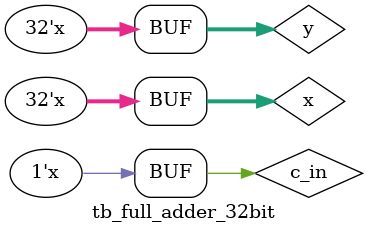
<source format=v>
`timescale 1ns / 1ps


module tb_full_adder_32bit; //Å×½ºÆ®º¥Ä¡ ¼±¾ð

reg [31:0] x, y; //inputÀ¸·Î »ç¿ëÇÒ 32bit
reg c_in; //inputÀ¸·Î »ç¿ëÇÒ 1bit
wire [31:0] sum; //outputÀ¸·Î »ç¿ëÇÒ 32bit
wire c_out; //outputÀ¸·Î »ç¿ëÇÒ 1bit

initial begin //ÃÊ±â°ª ¼³Á¤
    x = 32'b0; 
    y = 32'b0;
    c_in = 1'b0;
end

//10ns¸¶´Ù x¿¡ 1(10) ´õÇÏ±â
always #10 x = x + 32'b00000000000000000000000000000001;
//20ns¸¶´Ù y¿¡ 2(10) ´õÇÏ±â
always #20 y = y + 32'b00000000000000000000000000000010;
//30ns¸¶´Ù c_in¿¡ 1(10) ´õÇÏ±â
always #30 c_in = c_in +1'b1;

//full_adder_32bit ¸ðµâ¿¡ °ª Àü´ÞÇÏ¿© ½Ã¹Ä·¹ÀÌ¼Ç
full_adder_32bit fa32(x,y,c_in,sum,c_out);

endmodule

</source>
